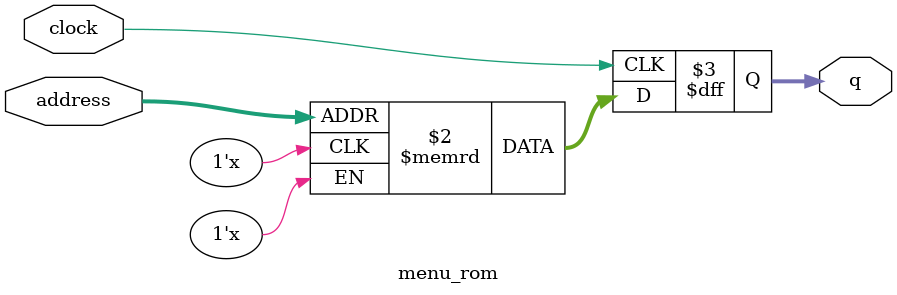
<source format=sv>
module menu_rom (
	input logic clock,
	input logic [16:0] address,
	output logic [2:0] q
);

logic [2:0] memory [0:76799] /* synthesis ram_init_file = "./menu/menu.mif" */;

always_ff @ (posedge clock) begin
	q <= memory[address];
end

endmodule

</source>
